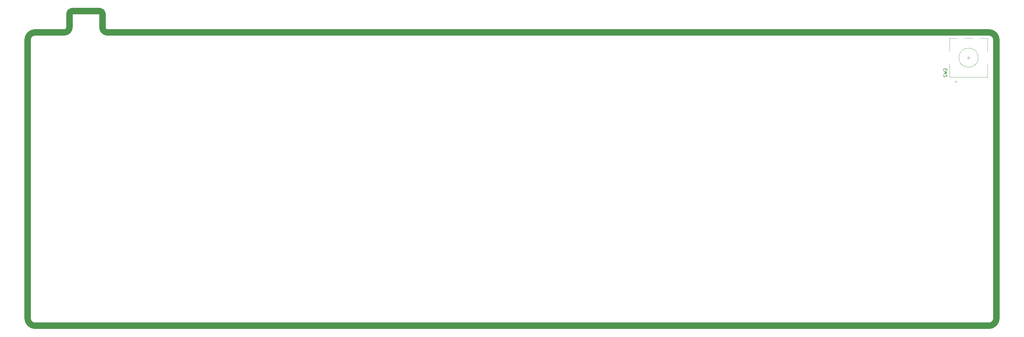
<source format=gbr>
G04 #@! TF.GenerationSoftware,KiCad,Pcbnew,(5.1.10)-1*
G04 #@! TF.CreationDate,2021-12-23T10:18:36+07:00*
G04 #@! TF.ProjectId,averange65,61766572-616e-4676-9536-352e6b696361,rev?*
G04 #@! TF.SameCoordinates,Original*
G04 #@! TF.FileFunction,Legend,Top*
G04 #@! TF.FilePolarity,Positive*
%FSLAX46Y46*%
G04 Gerber Fmt 4.6, Leading zero omitted, Abs format (unit mm)*
G04 Created by KiCad (PCBNEW (5.1.10)-1) date 2021-12-23 10:18:36*
%MOMM*%
%LPD*%
G01*
G04 APERTURE LIST*
%ADD10C,2.000000*%
%ADD11C,0.120000*%
%ADD12C,0.150000*%
G04 APERTURE END LIST*
D10*
X303856094Y-129708468D02*
X303856094Y-42364041D01*
X303856084Y-129709968D02*
G75*
G02*
X301490767Y-132073793I-2381190J17375D01*
G01*
X3008419Y-132073846D02*
G75*
G02*
X643040Y-129676719I15874J2381253D01*
G01*
X24058790Y-38417500D02*
X24058552Y-34120276D01*
X3008420Y-132073846D02*
X301490767Y-132073793D01*
X301490767Y-39998716D02*
X25630341Y-39998584D01*
X301492267Y-39998726D02*
G75*
G02*
X303856094Y-42364041I-17373J-2381190D01*
G01*
X13740103Y-34120165D02*
G75*
G02*
X14517818Y-33342559I793590J-15986D01*
G01*
X23280834Y-33342559D02*
X14517818Y-33342559D01*
X12174662Y-39998508D02*
X3002070Y-39998767D01*
X13739857Y-38427728D02*
G75*
G02*
X12174662Y-39998508I-1587417J16567D01*
G01*
X643040Y-42395793D02*
X643040Y-129676719D01*
X643081Y-42393827D02*
G75*
G02*
X3002070Y-39998767I2381212J13911D01*
G01*
X25631611Y-39998596D02*
G75*
G02*
X24058790Y-38427036I14602J1587435D01*
G01*
X13740101Y-34120277D02*
X13739863Y-38417500D01*
X23280946Y-33342561D02*
G75*
G02*
X24058552Y-34120276I-15986J-793590D01*
G01*
D11*
X295116250Y-48442500D02*
X295116250Y-47442500D01*
X294616250Y-47942500D02*
X295616250Y-47942500D01*
X298616250Y-41842500D02*
X301016250Y-41842500D01*
X293816250Y-41842500D02*
X296416250Y-41842500D01*
X289216250Y-41842500D02*
X291616250Y-41842500D01*
X291016250Y-55142500D02*
X291316250Y-55442500D01*
X291016250Y-55742500D02*
X291016250Y-55142500D01*
X291316250Y-55442500D02*
X291016250Y-55742500D01*
X289216250Y-54042500D02*
X301016250Y-54042500D01*
X289216250Y-49942500D02*
X289216250Y-54042500D01*
X301016250Y-49942500D02*
X301016250Y-54042500D01*
X301016250Y-41842500D02*
X301016250Y-45942500D01*
X289216250Y-45942500D02*
X289216250Y-41842500D01*
X298116250Y-47942500D02*
G75*
G03*
X298116250Y-47942500I-3000000J0D01*
G01*
D12*
X288321011Y-53975833D02*
X288368630Y-53832976D01*
X288368630Y-53594880D01*
X288321011Y-53499642D01*
X288273392Y-53452023D01*
X288178154Y-53404404D01*
X288082916Y-53404404D01*
X287987678Y-53452023D01*
X287940059Y-53499642D01*
X287892440Y-53594880D01*
X287844821Y-53785357D01*
X287797202Y-53880595D01*
X287749583Y-53928214D01*
X287654345Y-53975833D01*
X287559107Y-53975833D01*
X287463869Y-53928214D01*
X287416250Y-53880595D01*
X287368630Y-53785357D01*
X287368630Y-53547261D01*
X287416250Y-53404404D01*
X287368630Y-53071071D02*
X288368630Y-52832976D01*
X287654345Y-52642500D01*
X288368630Y-52452023D01*
X287368630Y-52213928D01*
X287463869Y-51880595D02*
X287416250Y-51832976D01*
X287368630Y-51737738D01*
X287368630Y-51499642D01*
X287416250Y-51404404D01*
X287463869Y-51356785D01*
X287559107Y-51309166D01*
X287654345Y-51309166D01*
X287797202Y-51356785D01*
X288368630Y-51928214D01*
X288368630Y-51309166D01*
M02*

</source>
